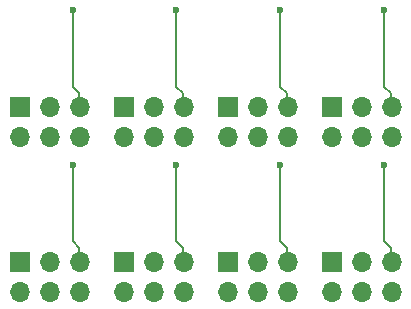
<source format=gbr>
G04 #@! TF.GenerationSoftware,KiCad,Pcbnew,(5.0.1-3-g963ef8bb5)*
G04 #@! TF.CreationDate,2019-09-15T11:53:47-04:00*
G04 #@! TF.ProjectId,RPiheader2x2,5250696865616465723278322E6B6963,rev?*
G04 #@! TF.SameCoordinates,Original*
G04 #@! TF.FileFunction,Copper,L1,Top,Signal*
G04 #@! TF.FilePolarity,Positive*
%FSLAX45Y45*%
G04 Gerber Fmt 4.5, Leading zero omitted, Abs format (unit mm)*
G04 Created by KiCad (PCBNEW (5.0.1-3-g963ef8bb5)) date Sunday, September 15, 2019 at 11:53:47 am*
%MOMM*%
%LPD*%
G01*
G04 APERTURE LIST*
G04 #@! TA.AperFunction,ComponentPad*
%ADD10R,1.700000X1.700000*%
G04 #@! TD*
G04 #@! TA.AperFunction,ComponentPad*
%ADD11O,1.700000X1.700000*%
G04 #@! TD*
G04 #@! TA.AperFunction,ViaPad*
%ADD12C,0.600000*%
G04 #@! TD*
G04 #@! TA.AperFunction,Conductor*
%ADD13C,0.200000*%
G04 #@! TD*
G04 APERTURE END LIST*
D10*
G04 #@! TO.P,J1,1*
G04 #@! TO.N,N/C*
X-696000Y409000D03*
D11*
G04 #@! TO.P,J1,2*
G04 #@! TO.N,Net-(J1-Pad2)*
X-696000Y155000D03*
G04 #@! TO.P,J1,3*
G04 #@! TO.N,N/C*
X-442000Y409000D03*
G04 #@! TO.P,J1,4*
X-442000Y155000D03*
G04 #@! TO.P,J1,5*
G04 #@! TO.N,Net-(J1-Pad5)*
X-188000Y409000D03*
G04 #@! TO.P,J1,6*
G04 #@! TO.N,GND*
X-188000Y155000D03*
G04 #@! TD*
G04 #@! TO.P,J1,6*
G04 #@! TO.N,GND*
X-188000Y1465000D03*
G04 #@! TO.P,J1,5*
G04 #@! TO.N,Net-(J1-Pad5)*
X-188000Y1719000D03*
G04 #@! TO.P,J1,4*
G04 #@! TO.N,N/C*
X-442000Y1465000D03*
G04 #@! TO.P,J1,3*
X-442000Y1719000D03*
G04 #@! TO.P,J1,2*
G04 #@! TO.N,Net-(J1-Pad2)*
X-696000Y1465000D03*
D10*
G04 #@! TO.P,J1,1*
G04 #@! TO.N,N/C*
X-696000Y1719000D03*
G04 #@! TD*
D11*
G04 #@! TO.P,J1,6*
G04 #@! TO.N,GND*
X-1068000Y155000D03*
G04 #@! TO.P,J1,5*
G04 #@! TO.N,Net-(J1-Pad5)*
X-1068000Y409000D03*
G04 #@! TO.P,J1,4*
G04 #@! TO.N,N/C*
X-1322000Y155000D03*
G04 #@! TO.P,J1,3*
X-1322000Y409000D03*
G04 #@! TO.P,J1,2*
G04 #@! TO.N,Net-(J1-Pad2)*
X-1576000Y155000D03*
D10*
G04 #@! TO.P,J1,1*
G04 #@! TO.N,N/C*
X-1576000Y409000D03*
G04 #@! TD*
G04 #@! TO.P,J1,1*
G04 #@! TO.N,N/C*
X-1576000Y1719000D03*
D11*
G04 #@! TO.P,J1,2*
G04 #@! TO.N,Net-(J1-Pad2)*
X-1576000Y1465000D03*
G04 #@! TO.P,J1,3*
G04 #@! TO.N,N/C*
X-1322000Y1719000D03*
G04 #@! TO.P,J1,4*
X-1322000Y1465000D03*
G04 #@! TO.P,J1,5*
G04 #@! TO.N,Net-(J1-Pad5)*
X-1068000Y1719000D03*
G04 #@! TO.P,J1,6*
G04 #@! TO.N,GND*
X-1068000Y1465000D03*
G04 #@! TD*
D10*
G04 #@! TO.P,J1,1*
G04 #@! TO.N,N/C*
X1064000Y1719000D03*
D11*
G04 #@! TO.P,J1,2*
G04 #@! TO.N,Net-(J1-Pad2)*
X1064000Y1465000D03*
G04 #@! TO.P,J1,3*
G04 #@! TO.N,N/C*
X1318000Y1719000D03*
G04 #@! TO.P,J1,4*
X1318000Y1465000D03*
G04 #@! TO.P,J1,5*
G04 #@! TO.N,Net-(J1-Pad5)*
X1572000Y1719000D03*
G04 #@! TO.P,J1,6*
G04 #@! TO.N,GND*
X1572000Y1465000D03*
G04 #@! TD*
G04 #@! TO.P,J1,6*
G04 #@! TO.N,GND*
X692000Y1465000D03*
G04 #@! TO.P,J1,5*
G04 #@! TO.N,Net-(J1-Pad5)*
X692000Y1719000D03*
G04 #@! TO.P,J1,4*
G04 #@! TO.N,N/C*
X438000Y1465000D03*
G04 #@! TO.P,J1,3*
X438000Y1719000D03*
G04 #@! TO.P,J1,2*
G04 #@! TO.N,Net-(J1-Pad2)*
X184000Y1465000D03*
D10*
G04 #@! TO.P,J1,1*
G04 #@! TO.N,N/C*
X184000Y1719000D03*
G04 #@! TD*
D11*
G04 #@! TO.P,J1,6*
G04 #@! TO.N,GND*
X1572000Y155000D03*
G04 #@! TO.P,J1,5*
G04 #@! TO.N,Net-(J1-Pad5)*
X1572000Y409000D03*
G04 #@! TO.P,J1,4*
G04 #@! TO.N,N/C*
X1318000Y155000D03*
G04 #@! TO.P,J1,3*
X1318000Y409000D03*
G04 #@! TO.P,J1,2*
G04 #@! TO.N,Net-(J1-Pad2)*
X1064000Y155000D03*
D10*
G04 #@! TO.P,J1,1*
G04 #@! TO.N,N/C*
X1064000Y409000D03*
G04 #@! TD*
G04 #@! TO.P,J1,1*
G04 #@! TO.N,N/C*
X184000Y409000D03*
D11*
G04 #@! TO.P,J1,2*
G04 #@! TO.N,Net-(J1-Pad2)*
X184000Y155000D03*
G04 #@! TO.P,J1,3*
G04 #@! TO.N,N/C*
X438000Y409000D03*
G04 #@! TO.P,J1,4*
X438000Y155000D03*
G04 #@! TO.P,J1,5*
G04 #@! TO.N,Net-(J1-Pad5)*
X692000Y409000D03*
G04 #@! TO.P,J1,6*
G04 #@! TO.N,GND*
X692000Y155000D03*
G04 #@! TD*
D12*
G04 #@! TO.N,Net-(J1-Pad5)*
X630000Y1225000D03*
X1510000Y1225000D03*
X630000Y2535000D03*
X1510000Y2535000D03*
X-1130000Y1225000D03*
X-1130000Y2535000D03*
X-250000Y2535000D03*
X-250000Y1225000D03*
G04 #@! TD*
D13*
G04 #@! TO.N,Net-(J1-Pad5)*
X630000Y1225000D02*
X630000Y580000D01*
X630000Y580000D02*
X687000Y523000D01*
X687000Y414000D02*
X692000Y409000D01*
X687000Y523000D02*
X687000Y414000D01*
X1510000Y1225000D02*
X1510000Y580000D01*
X1510000Y580000D02*
X1567000Y523000D01*
X1567000Y414000D02*
X1572000Y409000D01*
X1567000Y523000D02*
X1567000Y414000D01*
X630000Y2535000D02*
X630000Y1890000D01*
X630000Y1890000D02*
X687000Y1833000D01*
X687000Y1724000D02*
X692000Y1719000D01*
X687000Y1833000D02*
X687000Y1724000D01*
X1510000Y2535000D02*
X1510000Y1890000D01*
X1510000Y1890000D02*
X1567000Y1833000D01*
X1567000Y1724000D02*
X1572000Y1719000D01*
X1567000Y1833000D02*
X1567000Y1724000D01*
X-1130000Y2535000D02*
X-1130000Y1890000D01*
X-1073000Y1833000D02*
X-1073000Y1724000D01*
X-1130000Y1225000D02*
X-1130000Y580000D01*
X-1130000Y580000D02*
X-1073000Y523000D01*
X-1073000Y414000D02*
X-1068000Y409000D01*
X-1073000Y523000D02*
X-1073000Y414000D01*
X-1130000Y1890000D02*
X-1073000Y1833000D01*
X-1073000Y1724000D02*
X-1068000Y1719000D01*
X-250000Y1890000D02*
X-193000Y1833000D01*
X-193000Y1833000D02*
X-193000Y1724000D01*
X-250000Y1225000D02*
X-250000Y580000D01*
X-250000Y580000D02*
X-193000Y523000D01*
X-193000Y414000D02*
X-188000Y409000D01*
X-193000Y523000D02*
X-193000Y414000D01*
X-193000Y1724000D02*
X-188000Y1719000D01*
X-250000Y2535000D02*
X-250000Y1890000D01*
G04 #@! TD*
M02*

</source>
